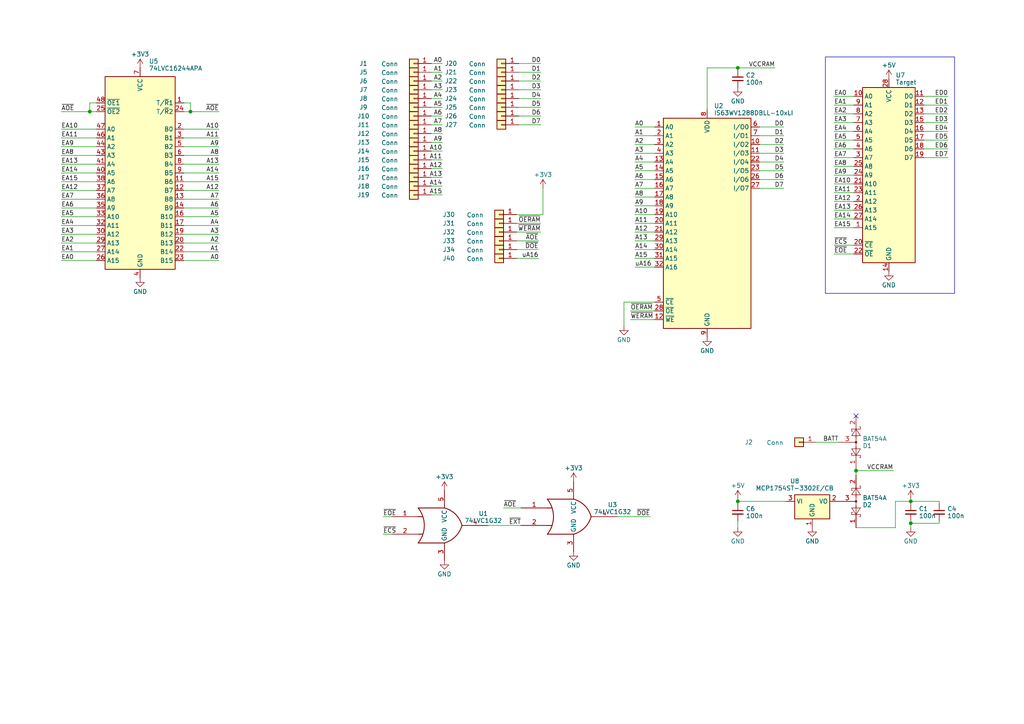
<source format=kicad_sch>
(kicad_sch (version 20230121) (generator eeschema)
  (paper "A4")
  (title_block (title "Eprom Emulator v1") (date "2023-07-18") (rev "v0.1") (company "100% Offner") (comment 1 "STM32F303 Version"))
  (lib_symbols
    (symbol "74xGxx:74LVC1G32"
      (property "Reference" "U" (at -5.08 7.62 0))
      (property "Value" "74LVC1G32" (at 7.62 -7.62 0))
      (symbol "74LVC1G32_0_1"
        (arc (start -7.62 -5.08) (mid -5.838 0) (end -7.62 5.08) (stroke (width 0.254)))
        (arc (start 0 -5.08) (mid 3.1986 -3.2054) (end 5.08 0) (stroke (width 0.254)))
        (polyline (pts (xy -7.62 -2.54) (xy -6.35 -2.54)) (stroke (width 0.254)) (fill (type background)))
        (polyline (pts (xy -7.62 2.54) (xy -6.35 2.54)) (stroke (width 0.254)) (fill (type background)))
        (polyline (pts (xy 0 -5.08) (xy -7.62 -5.08)) (stroke (width 0.254)) (fill (type background)))
        (polyline (pts (xy 0 5.08) (xy -7.62 5.08)) (stroke (width 0.254)) (fill (type background)))
        (arc (start 5.08 0) (mid 3.2238 3.2304) (end 0 5.08) (stroke (width 0.254)))
      )
      (symbol "74LVC1G32_1_1"
        (pin input line (at -15.24 2.54 0) (length 7.62) (name "~") (number "1"))
        (pin input line (at -15.24 -2.54 0) (length 7.62) (name "~") (number "2"))
        (pin power_in line (at 0 -10.16 90) (length 5.08) (name "GND") (number "3"))
        (pin output line (at 12.7 0 180) (length 7.62) (name "~") (number "4"))
        (pin power_in line (at 0 10.16 270) (length 5.08) (name "VCC") (number "5"))
      )
    )
    (symbol "74xx:MC74LCX16245DT"
      (property "Reference" "U" (at -10.16 29.21 0))
      (property "Value" "MC74LCX16245DT" (at 2.54 -29.21 0))
      (symbol "MC74LCX16245DT_0_1"
        (rectangle (start -10.16 27.94) (end 10.16 -27.94) (stroke (width 0.254)) (fill (type background)))
      )
      (symbol "MC74LCX16245DT_1_1"
        (pin input line (at -12.7 20.32 0) (length 2.54) (name "T/~{R}1") (number "1"))
        (pin passive line (at 0 -30.48 90) (length 2.54) hide (name "GND") (number "10"))
        (pin bidirectional line (at -12.7 -2.54 0) (length 2.54) (name "B6") (number "11"))
        (pin bidirectional line (at -12.7 -5.08 0) (length 2.54) (name "B7") (number "12"))
        (pin bidirectional line (at -12.7 -7.62 0) (length 2.54) (name "B8") (number "13"))
        (pin bidirectional line (at -12.7 -10.16 0) (length 2.54) (name "B9") (number "14"))
        (pin passive line (at 0 -30.48 90) (length 2.54) hide (name "GND") (number "15"))
        (pin bidirectional line (at -12.7 -12.7 0) (length 2.54) (name "B10") (number "16"))
        (pin bidirectional line (at -12.7 -15.24 0) (length 2.54) (name "B11") (number "17"))
        (pin passive line (at 0 30.48 270) (length 2.54) hide (name "VCC") (number "18"))
        (pin bidirectional line (at -12.7 -17.78 0) (length 2.54) (name "B12") (number "19"))
        (pin bidirectional line (at -12.7 12.7 0) (length 2.54) (name "B0") (number "2"))
        (pin bidirectional line (at -12.7 -20.32 0) (length 2.54) (name "B13") (number "20"))
        (pin passive line (at 0 -30.48 90) (length 2.54) hide (name "GND") (number "21"))
        (pin bidirectional line (at -12.7 -22.86 0) (length 2.54) (name "B14") (number "22"))
        (pin bidirectional line (at -12.7 -25.4 0) (length 2.54) (name "B15") (number "23"))
        (pin input line (at -12.7 17.78 0) (length 2.54) (name "T/~{R}2") (number "24"))
        (pin input line (at 12.7 17.78 180) (length 2.54) (name "~{OE2}") (number "25"))
        (pin bidirectional line (at 12.7 -25.4 180) (length 2.54) (name "A15") (number "26"))
        (pin bidirectional line (at 12.7 -22.86 180) (length 2.54) (name "A14") (number "27"))
        (pin passive line (at 0 -30.48 90) (length 2.54) hide (name "GND") (number "28"))
        (pin bidirectional line (at 12.7 -20.32 180) (length 2.54) (name "A13") (number "29"))
        (pin bidirectional line (at -12.7 10.16 0) (length 2.54) (name "B1") (number "3"))
        (pin bidirectional line (at 12.7 -17.78 180) (length 2.54) (name "A12") (number "30"))
        (pin passive line (at 0 30.48 270) (length 2.54) hide (name "VCC") (number "31"))
        (pin bidirectional line (at 12.7 -15.24 180) (length 2.54) (name "A11") (number "32"))
        (pin bidirectional line (at 12.7 -12.7 180) (length 2.54) (name "A10") (number "33"))
        (pin passive line (at 0 -30.48 90) (length 2.54) hide (name "GND") (number "34"))
        (pin bidirectional line (at 12.7 -10.16 180) (length 2.54) (name "A9") (number "35"))
        (pin bidirectional line (at 12.7 -7.62 180) (length 2.54) (name "A8") (number "36"))
        (pin bidirectional line (at 12.7 -5.08 180) (length 2.54) (name "A7") (number "37"))
        (pin bidirectional line (at 12.7 -2.54 180) (length 2.54) (name "A6") (number "38"))
        (pin passive line (at 0 -30.48 90) (length 2.54) hide (name "GND") (number "39"))
        (pin power_in line (at 0 -30.48 90) (length 2.54) (name "GND") (number "4"))
        (pin bidirectional line (at 12.7 0 180) (length 2.54) (name "A5") (number "40"))
        (pin bidirectional line (at 12.7 2.54 180) (length 2.54) (name "A4") (number "41"))
        (pin passive line (at 0 30.48 270) (length 2.54) hide (name "VCC") (number "42"))
        (pin bidirectional line (at 12.7 5.08 180) (length 2.54) (name "A3") (number "43"))
        (pin bidirectional line (at 12.7 7.62 180) (length 2.54) (name "A2") (number "44"))
        (pin passive line (at 0 -30.48 90) (length 2.54) hide (name "GND") (number "45"))
        (pin bidirectional line (at 12.7 10.16 180) (length 2.54) (name "A1") (number "46"))
        (pin bidirectional line (at 12.7 12.7 180) (length 2.54) (name "A0") (number "47"))
        (pin input line (at 12.7 20.32 180) (length 2.54) (name "~{OE1}") (number "48"))
        (pin bidirectional line (at -12.7 7.62 0) (length 2.54) (name "B2") (number "5"))
        (pin bidirectional line (at -12.7 5.08 0) (length 2.54) (name "B3") (number "6"))
        (pin power_in line (at 0 30.48 270) (length 2.54) (name "VCC") (number "7"))
        (pin bidirectional line (at -12.7 2.54 0) (length 2.54) (name "B4") (number "8"))
        (pin bidirectional line (at -12.7 0 0) (length 2.54) (name "B5") (number "9"))
      )
    )
    (symbol "Connector_Generic:Conn_01x01" (pin_names (offset 1.016) hide)
      (property "Reference" "J" (at 0 2.54 0))
      (property "Value" "Conn_01x01" (at 0 -2.54 0))
      (symbol "Conn_01x01_1_1"
        (rectangle (start -1.27 0.127) (end 0 -0.127) (stroke (width 0.1524)))
        (rectangle (start -1.27 1.27) (end 1.27 -1.27) (stroke (width 0.254)) (fill (type background)))
        (pin passive line (at -5.08 0 0) (length 3.81) (name "Pin_1") (number "1"))
      )
    )
    (symbol "Device:C_Small" (pin_numbers hide) (pin_names (offset 0.254) hide)
      (property "Reference" "C" (at 0.254 1.778 0))
      (property "Value" "C_Small" (at 0.254 -2.032 0))
      (symbol "C_Small_0_1"
        (polyline (pts (xy -1.524 -0.508) (xy 1.524 -0.508)) (stroke (width 0.3302)))
        (polyline (pts (xy -1.524 0.508) (xy 1.524 0.508)) (stroke (width 0.3048)))
      )
      (symbol "C_Small_1_1"
        (pin passive line (at 0 2.54 270) (length 2.032) (name "~") (number "1"))
        (pin passive line (at 0 -2.54 90) (length 2.032) (name "~") (number "2"))
      )
    )
    (symbol "Diode:BAT54A" (pin_names (offset 1.016))
      (property "Reference" "D" (at 0.635 -3.81 0))
      (property "Value" "BAT54A" (at -6.35 3.175 0))
      (symbol "BAT54A_0_1"
        (polyline (pts (xy -4.445 1.27) (xy -4.445 1.016)))
        (polyline (pts (xy -3.81 -1.27) (xy -3.81 1.27)))
        (polyline (pts (xy -3.81 -1.27) (xy -3.175 -1.27)))
        (polyline (pts (xy -3.81 0) (xy -1.27 0)))
        (polyline (pts (xy -3.81 1.27) (xy -4.445 1.27)))
        (polyline (pts (xy -3.175 -1.27) (xy -3.175 -1.016)))
        (polyline (pts (xy -1.905 0) (xy 1.905 0)))
        (polyline (pts (xy 1.27 0) (xy 3.81 0)))
        (polyline (pts (xy 3.175 -1.27) (xy 3.175 -1.016)))
        (polyline (pts (xy 3.81 -1.27) (xy 3.175 -1.27)))
        (polyline (pts (xy 3.81 -1.27) (xy 3.81 1.27)))
        (polyline (pts (xy 3.81 1.27) (xy 4.445 1.27)))
        (polyline (pts (xy 4.445 1.27) (xy 4.445 1.016)))
        (polyline (pts (xy -1.905 1.27) (xy -1.905 -1.27) (xy -3.81 0) (xy -1.905 1.27)))
        (polyline (pts (xy 1.905 1.27) (xy 1.905 -1.27) (xy 3.81 0) (xy 1.905 1.27)))
        (circle (center 0 0) (radius 0.254) (fill (type outline)))
      )
      (symbol "BAT54A_1_1"
        (pin passive line (at -7.62 0 0) (length 3.81) (name "~") (number "1"))
        (pin passive line (at 7.62 0 180) (length 3.81) (name "~") (number "2"))
        (pin passive line (at 0 -5.08 90) (length 5.08) (name "~") (number "3"))
      )
    )
    (symbol "Memory_EPROM:27C512"
      (property "Reference" "U" (at -7.62 26.67 0))
      (property "Value" "27C512" (at 2.54 -26.67 0))
      (symbol "27C512_1_1"
        (rectangle (start -7.62 25.4) (end 7.62 -25.4) (stroke (width 0.254)) (fill (type background)))
        (pin input line (at -10.16 -15.24 0) (length 2.54) (name "A15") (number "1"))
        (pin input line (at -10.16 22.86 0) (length 2.54) (name "A0") (number "10"))
        (pin tri_state line (at 10.16 22.86 180) (length 2.54) (name "D0") (number "11"))
        (pin tri_state line (at 10.16 20.32 180) (length 2.54) (name "D1") (number "12"))
        (pin tri_state line (at 10.16 17.78 180) (length 2.54) (name "D2") (number "13"))
        (pin power_in line (at 0 -27.94 90) (length 2.54) (name "GND") (number "14"))
        (pin tri_state line (at 10.16 15.24 180) (length 2.54) (name "D3") (number "15"))
        (pin tri_state line (at 10.16 12.7 180) (length 2.54) (name "D4") (number "16"))
        (pin tri_state line (at 10.16 10.16 180) (length 2.54) (name "D5") (number "17"))
        (pin tri_state line (at 10.16 7.62 180) (length 2.54) (name "D6") (number "18"))
        (pin tri_state line (at 10.16 5.08 180) (length 2.54) (name "D7") (number "19"))
        (pin input line (at -10.16 -7.62 0) (length 2.54) (name "A12") (number "2"))
        (pin input line (at -10.16 -20.32 0) (length 2.54) (name "~{CE}") (number "20"))
        (pin input line (at -10.16 -2.54 0) (length 2.54) (name "A10") (number "21"))
        (pin input line (at -10.16 -22.86 0) (length 2.54) (name "~{OE}") (number "22"))
        (pin input line (at -10.16 -5.08 0) (length 2.54) (name "A11") (number "23"))
        (pin input line (at -10.16 0 0) (length 2.54) (name "A9") (number "24"))
        (pin input line (at -10.16 2.54 0) (length 2.54) (name "A8") (number "25"))
        (pin input line (at -10.16 -10.16 0) (length 2.54) (name "A13") (number "26"))
        (pin input line (at -10.16 -12.7 0) (length 2.54) (name "A14") (number "27"))
        (pin power_in line (at 0 27.94 270) (length 2.54) (name "VCC") (number "28"))
        (pin input line (at -10.16 5.08 0) (length 2.54) (name "A7") (number "3"))
        (pin input line (at -10.16 7.62 0) (length 2.54) (name "A6") (number "4"))
        (pin input line (at -10.16 10.16 0) (length 2.54) (name "A5") (number "5"))
        (pin input line (at -10.16 12.7 0) (length 2.54) (name "A4") (number "6"))
        (pin input line (at -10.16 15.24 0) (length 2.54) (name "A3") (number "7"))
        (pin input line (at -10.16 17.78 0) (length 2.54) (name "A2") (number "8"))
        (pin input line (at -10.16 20.32 0) (length 2.54) (name "A1") (number "9"))
      )
    )
    (symbol "Regulator_Linear:MCP1754S-3302xCB"
      (property "Reference" "U" (at -3.81 3.175 0))
      (property "Value" "MCP1754S-3302xCB" (at -0.635 3.175 0))
      (symbol "MCP1754S-3302xCB_0_1"
        (rectangle (start -5.08 -5.08) (end 5.08 1.905) (stroke (width 0.254)) (fill (type background)))
      )
      (symbol "MCP1754S-3302xCB_1_1"
        (pin power_in line (at 0 -7.62 90) (length 2.54) (name "GND") (number "1"))
        (pin power_out line (at 7.62 0 180) (length 2.54) (name "VO") (number "2"))
        (pin power_in line (at -7.62 0 0) (length 2.54) (name "VI") (number "3"))
      )
    )
    (symbol "my_ics_new:IS63WV1288DBLL-10xLI"
      (property "Reference" "U" (at -10.16 31.75 0))
      (property "Value" "IS63WV1288DBLL-10xLI" (at 12.7 31.75 0))
      (symbol "IS63WV1288DBLL-10xLI_0_1"
        (rectangle (start -12.7 30.48) (end 12.7 -30.48) (stroke (width 0.254)) (fill (type background)))
      )
      (symbol "IS63WV1288DBLL-10xLI_1_1"
        (pin input line (at -15.24 27.94 0) (length 2.54) (name "A0") (number "1"))
        (pin bidirectional line (at 15.24 22.86 180) (length 2.54) (name "I/O2") (number "10"))
        (pin bidirectional line (at 15.24 20.32 180) (length 2.54) (name "I/O3") (number "11"))
        (pin input line (at -15.24 -27.94 0) (length 2.54) (name "~{WE}") (number "12"))
        (pin input line (at -15.24 17.78 0) (length 2.54) (name "A4") (number "13"))
        (pin input line (at -15.24 15.24 0) (length 2.54) (name "A5") (number "14"))
        (pin input line (at -15.24 12.7 0) (length 2.54) (name "A6") (number "15"))
        (pin input line (at -15.24 10.16 0) (length 2.54) (name "A7") (number "16"))
        (pin input line (at -15.24 7.62 0) (length 2.54) (name "A8") (number "17"))
        (pin input line (at -15.24 5.08 0) (length 2.54) (name "A9") (number "18"))
        (pin input line (at -15.24 2.54 0) (length 2.54) (name "A10") (number "19"))
        (pin input line (at -15.24 25.4 0) (length 2.54) (name "A1") (number "2"))
        (pin input line (at -15.24 0 0) (length 2.54) (name "A11") (number "20"))
        (pin input line (at -15.24 -2.54 0) (length 2.54) (name "A12") (number "21"))
        (pin bidirectional line (at 15.24 17.78 180) (length 2.54) (name "I/O4") (number "22"))
        (pin bidirectional line (at 15.24 15.24 180) (length 2.54) (name "I/O5") (number "23"))
        (pin passive line (at 0 33.02 270) (length 2.54) hide (name "VDD") (number "24"))
        (pin passive line (at 0 -33.02 90) (length 2.54) hide (name "GND") (number "25"))
        (pin bidirectional line (at 15.24 12.7 180) (length 2.54) (name "I/O6") (number "26"))
        (pin bidirectional line (at 15.24 10.16 180) (length 2.54) (name "I/O7") (number "27"))
        (pin input line (at -15.24 -25.4 0) (length 2.54) (name "~{OE}") (number "28"))
        (pin input line (at -15.24 -5.08 0) (length 2.54) (name "A13") (number "29"))
        (pin input line (at -15.24 22.86 0) (length 2.54) (name "A2") (number "3"))
        (pin input line (at -15.24 -7.62 0) (length 2.54) (name "A14") (number "30"))
        (pin input line (at -15.24 -10.16 0) (length 2.54) (name "A15") (number "31"))
        (pin input line (at -15.24 -12.7 0) (length 2.54) (name "A16") (number "32"))
        (pin input line (at -15.24 20.32 0) (length 2.54) (name "A3") (number "4"))
        (pin input line (at -15.24 -22.86 0) (length 2.54) (name "~{CE}") (number "5"))
        (pin bidirectional line (at 15.24 27.94 180) (length 2.54) (name "I/O0") (number "6"))
        (pin bidirectional line (at 15.24 25.4 180) (length 2.54) (name "I/O1") (number "7"))
        (pin power_in line (at 0 33.02 270) (length 2.54) (name "VDD") (number "8"))
        (pin power_in line (at 0 -33.02 90) (length 2.54) (name "GND") (number "9"))
      )
    )
    (symbol "power:+3V3" (power) (pin_names (offset 0))
      (property "Value" "+3V3" (at 0 3.556 0))
      (symbol "+3V3_0_1"
        (polyline (pts (xy -0.762 1.27) (xy 0 2.54)))
        (polyline (pts (xy 0 0) (xy 0 2.54)))
        (polyline (pts (xy 0 2.54) (xy 0.762 1.27)))
      )
      (symbol "+3V3_1_1"
        (pin power_in line (at 0 0 90) (length 0) hide (name "+3V3") (number "1"))
      )
    )
    (symbol "power:+5V" (power) (pin_names (offset 0))
      (property "Value" "+5V" (at 0 3.556 0))
      (symbol "+5V_0_1"
        (polyline (pts (xy -0.762 1.27) (xy 0 2.54)))
        (polyline (pts (xy 0 0) (xy 0 2.54)))
        (polyline (pts (xy 0 2.54) (xy 0.762 1.27)))
      )
      (symbol "+5V_1_1"
        (pin power_in line (at 0 0 90) (length 0) hide (name "+5V") (number "1"))
      )
    )
    (symbol "power:GND" (power) (pin_names (offset 0))
      (property "Value" "GND" (at 0 -3.81 0))
      (symbol "GND_0_1"
        (polyline (pts (xy 0 0) (xy 0 -1.27) (xy 1.27 -1.27) (xy 0 -2.54) (xy -1.27 -1.27) (xy 0 -1.27)))
      )
      (symbol "GND_1_1"
        (pin power_in line (at 0 0 270) (length 0) hide (name "GND") (number "1"))
      )
    )
  )
  (junction (at 264.16 151.765))
  (junction (at 55.245 32.385))
  (junction (at 248.285 136.525))
  (junction (at 264.16 145.415))
  (junction (at 213.995 19.685))
  (junction (at 213.995 145.415))
  (junction (at 26.035 32.385))
  (no_connect (at 248.285 120.65))
  (wire (pts (xy 53.34 62.865) (xy 63.5 62.865)))
  (wire (pts (xy 149.86 69.85) (xy 156.21 69.85)))
  (wire (pts (xy 184.15 54.61) (xy 189.865 54.61)))
  (wire (pts (xy 184.15 72.39) (xy 189.865 72.39)))
  (wire (pts (xy 241.935 40.64) (xy 247.65 40.64)))
  (wire (pts (xy 53.34 67.945) (xy 63.5 67.945)))
  (wire (pts (xy 149.86 72.39) (xy 156.21 72.39)))
  (wire (pts (xy 241.935 53.34) (xy 247.65 53.34)))
  (wire (pts (xy 184.15 44.45) (xy 189.865 44.45)))
  (wire (pts (xy 184.15 77.47) (xy 189.865 77.47)))
  (wire (pts (xy 53.34 50.165) (xy 63.5 50.165)))
  (wire (pts (xy 180.975 94.615) (xy 180.975 87.63)))
  (wire (pts (xy 241.935 50.8) (xy 247.65 50.8)))
  (wire (pts (xy 272.415 145.415) (xy 272.415 146.05)))
  (wire (pts (xy 150.495 18.415) (xy 156.845 18.415)))
  (wire (pts (xy 17.78 42.545) (xy 27.94 42.545)))
  (wire (pts (xy 264.16 153.035) (xy 264.16 151.765)))
  (wire (pts (xy 17.78 73.025) (xy 27.94 73.025)))
  (wire (pts (xy 17.78 55.245) (xy 27.94 55.245)))
  (wire (pts (xy 149.86 62.23) (xy 157.48 62.23)))
  (wire (pts (xy 53.34 45.085) (xy 63.5 45.085)))
  (wire (pts (xy 125.095 38.735) (xy 128.27 38.735)))
  (wire (pts (xy 248.285 135.89) (xy 248.285 136.525)))
  (wire (pts (xy 149.86 74.93) (xy 156.21 74.93)))
  (wire (pts (xy 220.345 36.83) (xy 227.33 36.83)))
  (wire (pts (xy 247.65 73.66) (xy 241.935 73.66)))
  (wire (pts (xy 236.855 128.27) (xy 243.205 128.27)))
  (wire (pts (xy 125.095 41.275) (xy 128.27 41.275)))
  (wire (pts (xy 259.715 153.035) (xy 259.715 145.415)))
  (wire (pts (xy 188.595 149.86) (xy 179.07 149.86)))
  (wire (pts (xy 184.15 49.53) (xy 189.865 49.53)))
  (wire (pts (xy 17.78 32.385) (xy 26.035 32.385)))
  (wire (pts (xy 146.05 147.32) (xy 151.13 147.32)))
  (wire (pts (xy 220.345 41.91) (xy 227.33 41.91)))
  (wire (pts (xy 205.105 19.685) (xy 213.995 19.685)))
  (wire (pts (xy 184.15 74.93) (xy 189.865 74.93)))
  (wire (pts (xy 213.995 19.685) (xy 213.995 20.32)))
  (wire (pts (xy 259.08 136.525) (xy 248.285 136.525)))
  (wire (pts (xy 241.935 60.96) (xy 247.65 60.96)))
  (wire (pts (xy 241.935 43.18) (xy 247.65 43.18)))
  (wire (pts (xy 264.16 144.78) (xy 264.16 145.415)))
  (wire (pts (xy 17.78 47.625) (xy 27.94 47.625)))
  (wire (pts (xy 17.78 40.005) (xy 27.94 40.005)))
  (wire (pts (xy 213.995 144.78) (xy 213.995 145.415)))
  (wire (pts (xy 184.15 59.69) (xy 189.865 59.69)))
  (wire (pts (xy 53.34 37.465) (xy 63.5 37.465)))
  (wire (pts (xy 17.78 57.785) (xy 27.94 57.785)))
  (wire (pts (xy 184.15 57.15) (xy 189.865 57.15)))
  (wire (pts (xy 184.15 36.83) (xy 189.865 36.83)))
  (wire (pts (xy 241.935 38.1) (xy 247.65 38.1)))
  (wire (pts (xy 213.995 145.415) (xy 227.965 145.415)))
  (wire (pts (xy 53.34 47.625) (xy 63.5 47.625)))
  (wire (pts (xy 113.665 154.94) (xy 111.125 154.94)))
  (wire (pts (xy 26.035 32.385) (xy 27.94 32.385)))
  (wire (pts (xy 141.605 152.4) (xy 151.13 152.4)))
  (wire (pts (xy 220.345 44.45) (xy 227.33 44.45)))
  (wire (pts (xy 17.78 65.405) (xy 27.94 65.405)))
  (wire (pts (xy 241.935 30.48) (xy 247.65 30.48)))
  (wire (pts (xy 241.935 58.42) (xy 247.65 58.42)))
  (wire (pts (xy 55.245 29.845) (xy 55.245 32.385)))
  (wire (pts (xy 53.34 60.325) (xy 63.5 60.325)))
  (wire (pts (xy 149.86 64.77) (xy 156.845 64.77)))
  (wire (pts (xy 220.345 39.37) (xy 227.33 39.37)))
  (wire (pts (xy 125.095 36.195) (xy 128.27 36.195)))
  (wire (pts (xy 149.86 67.31) (xy 156.845 67.31)))
  (wire (pts (xy 267.97 45.72) (xy 274.955 45.72)))
  (wire (pts (xy 17.78 45.085) (xy 27.94 45.085)))
  (wire (pts (xy 17.78 37.465) (xy 27.94 37.465)))
  (wire (pts (xy 27.94 29.845) (xy 26.035 29.845)))
  (wire (pts (xy 17.78 70.485) (xy 27.94 70.485)))
  (wire (pts (xy 184.15 46.99) (xy 189.865 46.99)))
  (wire (pts (xy 125.095 31.115) (xy 128.27 31.115)))
  (wire (pts (xy 53.34 29.845) (xy 55.245 29.845)))
  (wire (pts (xy 213.995 19.685) (xy 224.79 19.685)))
  (wire (pts (xy 189.865 92.71) (xy 182.88 92.71)))
  (wire (pts (xy 248.285 153.035) (xy 259.715 153.035)))
  (wire (pts (xy 125.095 51.435) (xy 128.27 51.435)))
  (wire (pts (xy 264.16 145.415) (xy 264.16 146.05)))
  (wire (pts (xy 267.97 30.48) (xy 274.955 30.48)))
  (wire (pts (xy 150.495 31.115) (xy 156.845 31.115)))
  (wire (pts (xy 150.495 20.955) (xy 156.845 20.955)))
  (wire (pts (xy 53.34 52.705) (xy 63.5 52.705)))
  (wire (pts (xy 264.16 151.765) (xy 272.415 151.765)))
  (wire (pts (xy 241.935 55.88) (xy 247.65 55.88)))
  (wire (pts (xy 17.78 75.565) (xy 27.94 75.565)))
  (wire (pts (xy 150.495 23.495) (xy 156.845 23.495)))
  (wire (pts (xy 53.34 40.005) (xy 63.5 40.005)))
  (wire (pts (xy 220.345 49.53) (xy 227.33 49.53)))
  (wire (pts (xy 125.095 23.495) (xy 128.27 23.495)))
  (wire (pts (xy 184.15 62.23) (xy 189.865 62.23)))
  (wire (pts (xy 17.78 62.865) (xy 27.94 62.865)))
  (wire (pts (xy 241.935 35.56) (xy 247.65 35.56)))
  (wire (pts (xy 267.97 33.02) (xy 274.955 33.02)))
  (wire (pts (xy 53.34 42.545) (xy 63.5 42.545)))
  (wire (pts (xy 125.095 53.975) (xy 128.27 53.975)))
  (wire (pts (xy 17.78 60.325) (xy 27.94 60.325)))
  (wire (pts (xy 113.665 149.86) (xy 111.125 149.86)))
  (wire (pts (xy 267.97 35.56) (xy 274.955 35.56)))
  (wire (pts (xy 157.48 54.61) (xy 157.48 62.23)))
  (wire (pts (xy 53.34 75.565) (xy 63.5 75.565)))
  (wire (pts (xy 53.34 55.245) (xy 63.5 55.245)))
  (wire (pts (xy 125.095 43.815) (xy 128.27 43.815)))
  (wire (pts (xy 184.15 52.07) (xy 189.865 52.07)))
  (wire (pts (xy 150.495 33.655) (xy 156.845 33.655)))
  (wire (pts (xy 125.095 48.895) (xy 128.27 48.895)))
  (wire (pts (xy 55.245 32.385) (xy 53.34 32.385)))
  (wire (pts (xy 53.34 65.405) (xy 63.5 65.405)))
  (wire (pts (xy 17.78 50.165) (xy 27.94 50.165)))
  (wire (pts (xy 125.095 26.035) (xy 128.27 26.035)))
  (wire (pts (xy 26.035 29.845) (xy 26.035 32.385)))
  (wire (pts (xy 241.935 63.5) (xy 247.65 63.5)))
  (wire (pts (xy 241.935 45.72) (xy 247.65 45.72)))
  (wire (pts (xy 125.095 20.955) (xy 128.27 20.955)))
  (wire (pts (xy 259.715 145.415) (xy 264.16 145.415)))
  (wire (pts (xy 150.495 28.575) (xy 156.845 28.575)))
  (wire (pts (xy 264.16 145.415) (xy 272.415 145.415)))
  (wire (pts (xy 272.415 151.13) (xy 272.415 151.765)))
  (wire (pts (xy 53.34 70.485) (xy 63.5 70.485)))
  (wire (pts (xy 125.095 56.515) (xy 128.27 56.515)))
  (wire (pts (xy 184.15 41.91) (xy 189.865 41.91)))
  (wire (pts (xy 184.15 64.77) (xy 189.865 64.77)))
  (wire (pts (xy 205.105 19.685) (xy 205.105 31.75)))
  (wire (pts (xy 267.97 43.18) (xy 274.955 43.18)))
  (wire (pts (xy 267.97 38.1) (xy 274.955 38.1)))
  (wire (pts (xy 180.975 87.63) (xy 189.865 87.63)))
  (wire (pts (xy 247.65 71.12) (xy 241.935 71.12)))
  (wire (pts (xy 213.995 151.13) (xy 213.995 153.035)))
  (wire (pts (xy 125.095 33.655) (xy 128.27 33.655)))
  (wire (pts (xy 184.15 69.85) (xy 189.865 69.85)))
  (wire (pts (xy 220.345 52.07) (xy 227.33 52.07)))
  (wire (pts (xy 125.095 18.415) (xy 128.27 18.415)))
  (wire (pts (xy 125.095 46.355) (xy 128.27 46.355)))
  (wire (pts (xy 267.97 27.94) (xy 274.955 27.94)))
  (wire (pts (xy 248.285 136.525) (xy 248.285 137.795)))
  (wire (pts (xy 241.935 33.02) (xy 247.65 33.02)))
  (wire (pts (xy 53.34 57.785) (xy 63.5 57.785)))
  (wire (pts (xy 150.495 26.035) (xy 156.845 26.035)))
  (wire (pts (xy 241.935 27.94) (xy 247.65 27.94)))
  (wire (pts (xy 17.78 52.705) (xy 27.94 52.705)))
  (wire (pts (xy 247.65 66.04) (xy 241.935 66.04)))
  (wire (pts (xy 63.5 32.385) (xy 55.245 32.385)))
  (wire (pts (xy 125.095 28.575) (xy 128.27 28.575)))
  (wire (pts (xy 189.865 90.17) (xy 182.88 90.17)))
  (wire (pts (xy 53.34 73.025) (xy 63.5 73.025)))
  (wire (pts (xy 184.15 39.37) (xy 189.865 39.37)))
  (wire (pts (xy 184.15 67.31) (xy 189.865 67.31)))
  (wire (pts (xy 213.995 145.415) (xy 213.995 146.05)))
  (wire (pts (xy 150.495 36.195) (xy 156.845 36.195)))
  (wire (pts (xy 17.78 67.945) (xy 27.94 67.945)))
  (wire (pts (xy 264.16 151.765) (xy 264.16 151.13)))
  (wire (pts (xy 220.345 46.99) (xy 227.33 46.99)))
  (wire (pts (xy 220.345 54.61) (xy 227.33 54.61)))
  (wire (pts (xy 241.935 48.26) (xy 247.65 48.26)))
  (wire (pts (xy 267.97 40.64) (xy 274.955 40.64)))
  (rectangle (start 239.395 16.51) (end 276.86 85.09))
  (label "EA4" (at 241.935 38.1 0))
  (label "EA15" (at 241.935 66.04 0))
  (label "ED5" (at 274.955 40.64 180))
  (label "A1" (at 128.27 20.955 180))
  (label "EA11" (at 241.935 55.88 0))
  (label "EA6" (at 241.935 43.18 0))
  (label "A7" (at 128.27 36.195 180))
  (label "ED6" (at 274.955 43.18 180))
  (label "A5" (at 63.5 62.865 180))
  (label "EA10" (at 241.935 53.34 0))
  (label "D5" (at 227.33 49.53 180))
  (label "D7" (at 227.33 54.61 180))
  (label "EA8" (at 241.935 48.26 0))
  (label "EA9" (at 17.78 42.545 0))
  (label "ED1" (at 274.955 30.48 180))
  (label "A6" (at 128.27 33.655 180))
  (label "A8" (at 128.27 38.735 180))
  (label "A13" (at 63.5 47.625 180))
  (label "EA14" (at 241.935 63.5 0))
  (label "ED7" (at 274.955 45.72 180))
  (label "~{AOE}" (at 63.5 32.385 180))
  (label "EA11" (at 17.78 40.005 0))
  (label "VCCRAM" (at 224.79 19.685 180))
  (label "A6" (at 63.5 60.325 180))
  (label "D7" (at 156.845 36.195 180))
  (label "EA1" (at 17.78 73.025 0))
  (label "A13" (at 184.15 69.85 0))
  (label "A7" (at 184.15 54.61 0))
  (label "D3" (at 227.33 44.45 180))
  (label "D4" (at 227.33 46.99 180))
  (label "uA16" (at 156.21 74.93 180))
  (label "EA14" (at 17.78 50.165 0))
  (label "A3" (at 184.15 44.45 0))
  (label "~{WERAM}" (at 156.845 67.31 180))
  (label "EA12" (at 17.78 55.245 0))
  (label "EA15" (at 17.78 52.705 0))
  (label "A11" (at 63.5 40.005 180))
  (label "BATT" (at 243.205 128.27 180))
  (label "ED3" (at 274.955 35.56 180))
  (label "A14" (at 184.15 72.39 0))
  (label "D2" (at 227.33 41.91 180))
  (label "~{ECS}" (at 111.125 154.94 0))
  (label "A10" (at 128.27 43.815 180))
  (label "A2" (at 128.27 23.495 180))
  (label "A11" (at 128.27 46.355 180))
  (label "A9" (at 128.27 41.275 180))
  (label "EA10" (at 17.78 37.465 0))
  (label "EA8" (at 17.78 45.085 0))
  (label "EA7" (at 17.78 57.785 0))
  (label "A13" (at 128.27 51.435 180))
  (label "ED2" (at 274.955 33.02 180))
  (label "A11" (at 184.15 64.77 0))
  (label "A10" (at 184.15 62.23 0))
  (label "A1" (at 63.5 73.025 180))
  (label "EA5" (at 241.935 40.64 0))
  (label "EA4" (at 17.78 65.405 0))
  (label "A4" (at 63.5 65.405 180))
  (label "A14" (at 63.5 50.165 180))
  (label "D2" (at 156.845 23.495 180))
  (label "D0" (at 227.33 36.83 180))
  (label "A15" (at 63.5 52.705 180))
  (label "D6" (at 227.33 52.07 180))
  (label "A6" (at 184.15 52.07 0))
  (label "VCCRAM" (at 259.08 136.525 180))
  (label "A0" (at 128.27 18.415 180))
  (label "EA3" (at 241.935 35.56 0))
  (label "EA5" (at 17.78 62.865 0))
  (label "~{DOE}" (at 156.21 72.39 180))
  (label "A4" (at 184.15 46.99 0))
  (label "~{AOE}" (at 146.05 147.32 0))
  (label "~{AOE}" (at 156.21 69.85 180))
  (label "D1" (at 227.33 39.37 180))
  (label "A12" (at 128.27 48.895 180))
  (label "EA9" (at 241.935 50.8 0))
  (label "~{EOE}" (at 241.935 73.66 0))
  (label "A8" (at 184.15 57.15 0))
  (label "A0" (at 184.15 36.83 0))
  (label "A2" (at 184.15 41.91 0))
  (label "A15" (at 184.15 74.93 0))
  (label "ED0" (at 274.955 27.94 180))
  (label "~{AOE}" (at 17.78 32.385 0))
  (label "~{OERAM}" (at 182.88 90.17 0))
  (label "A10" (at 63.5 37.465 180))
  (label "A1" (at 184.15 39.37 0))
  (label "D0" (at 156.845 18.415 180))
  (label "D4" (at 156.845 28.575 180))
  (label "A7" (at 63.5 57.785 180))
  (label "A3" (at 128.27 26.035 180))
  (label "EA12" (at 241.935 58.42 0))
  (label "EA6" (at 17.78 60.325 0))
  (label "D1" (at 156.845 20.955 180))
  (label "~{DOE}" (at 188.595 149.86 180))
  (label "EA1" (at 241.935 30.48 0))
  (label "A0" (at 63.5 75.565 180))
  (label "A2" (at 63.5 70.485 180))
  (label "EA13" (at 241.935 60.96 0))
  (label "~{EOE}" (at 111.125 149.86 0))
  (label "uA16" (at 184.15 77.47 0))
  (label "A8" (at 63.5 45.085 180))
  (label "A12" (at 63.5 55.245 180))
  (label "EA7" (at 241.935 45.72 0))
  (label "A9" (at 184.15 59.69 0))
  (label "D5" (at 156.845 31.115 180))
  (label "~{ECS}" (at 241.935 71.12 0))
  (label "EA2" (at 241.935 33.02 0))
  (label "EA0" (at 241.935 27.94 0))
  (label "ED4" (at 274.955 38.1 180))
  (label "D3" (at 156.845 26.035 180))
  (label "EA13" (at 17.78 47.625 0))
  (label "D6" (at 156.845 33.655 180))
  (label "A9" (at 63.5 42.545 180))
  (label "A15" (at 128.27 56.515 180))
  (label "~{OERAM}" (at 156.845 64.77 180))
  (label "EA0" (at 17.78 75.565 0))
  (label "~{WERAM}" (at 182.88 92.71 0))
  (label "A4" (at 128.27 28.575 180))
  (label "EA2" (at 17.78 70.485 0))
  (label "A3" (at 63.5 67.945 180))
  (label "~{EXT}" (at 151.13 152.4 180))
  (label "A12" (at 184.15 67.31 0))
  (label "A5" (at 184.15 49.53 0))
  (label "EA3" (at 17.78 67.945 0))
  (label "A14" (at 128.27 53.975 180))
  (label "A5" (at 128.27 31.115 180))
  (symbol (lib_id "my_ics_new:IS63WV1288DBLL-10xLI") (at 205.105 64.77 0) (unit 1)
    (property "Reference" "U2" (at 207.0609 30.71 0) (effects (justify left)))
    (property "Value" "IS63WV1288DBLL-10xLI" (at 207.0609 32.758 0) (effects (justify left)))
    (property "Footprint" "Package_SO:TSOP-I-32_11.8x8mm_P0.5mm" (effects hide))
  )
  (symbol (lib_id "Connector_Generic:Conn_01x01") (at 120.015 48.895 0) (mirror y) (unit 1)
    (property "Reference" "J16" (at 105.41 48.895 0))
    (property "Value" "Conn" (at 113.03 49.038 0))
    (property "Footprint" "my_own_conn:PTH_0.8_0.5mm" (effects hide))
  )
  (symbol (lib_id "power:+3V3") (at 166.37 139.7 0) (unit 1)
    (property "Reference" "#PWR05" (effects hide))
    (property "Value" "+3V3" (at 166.37 135.755 0))
  )
  (symbol (lib_id "power:GND") (at 213.995 25.4 0) (unit 1)
    (property "Reference" "#PWR01" (effects hide))
    (property "Value" "GND" (at 213.995 29.345 0))
  )
  (symbol (lib_id "Device:C_Small") (at 213.995 22.86 0) (unit 1)
    (property "Reference" "C2" (at 216.3191 21.8423 0) (effects (justify left)))
    (property "Value" "100n" (at 216.3191 23.8903 0) (effects (justify left)))
    (property "Footprint" "Capacitor_SMD:C_0805_2012Metric" (effects hide))
  )
  (symbol (lib_id "Connector_Generic:Conn_01x01") (at 120.015 46.355 0) (mirror y) (unit 1)
    (property "Reference" "J15" (at 105.41 46.355 0))
    (property "Value" "Conn" (at 113.03 46.498 0))
    (property "Footprint" "my_own_conn:PTH_0.8_0.5mm" (effects hide))
  )
  (symbol (lib_id "Connector_Generic:Conn_01x01") (at 120.015 53.975 0) (mirror y) (unit 1)
    (property "Reference" "J18" (at 105.41 53.975 0))
    (property "Value" "Conn" (at 113.03 54.118 0))
    (property "Footprint" "my_own_conn:PTH_0.8_0.5mm" (effects hide))
  )
  (symbol (lib_id "Connector_Generic:Conn_01x01") (at 144.78 62.23 0) (mirror y) (unit 1)
    (property "Reference" "J30" (at 130.175 62.23 0))
    (property "Value" "Conn" (at 137.795 62.373 0))
    (property "Footprint" "my_own_conn:PTH_0.8_0.5mm" (effects hide))
  )
  (symbol (lib_id "Diode:BAT54A") (at 248.285 145.415 270) (mirror x) (unit 1)
    (property "Reference" "D2" (at 250.19 146.439 90) (effects (justify left)))
    (property "Value" "BAT54A" (at 250.19 144.391 90) (effects (justify left)))
    (property "Footprint" "Package_TO_SOT_SMD:SOT-23" (effects hide))
    (property "Datasheet" "http://www.diodes.com/_files/datasheets/ds11005.pdf" (effects hide))
  )
  (symbol (lib_id "power:+5V") (at 257.81 22.86 0) (unit 1)
    (property "Reference" "#PWR023" (effects hide))
    (property "Value" "+5V" (at 257.81 18.915 0))
  )
  (symbol (lib_id "Connector_Generic:Conn_01x01") (at 120.015 18.415 0) (mirror y) (unit 1)
    (property "Reference" "J1" (at 105.41 18.415 0))
    (property "Value" "Conn" (at 113.03 18.558 0))
    (property "Footprint" "my_own_conn:PTH_0.8_0.5mm" (effects hide))
  )
  (symbol (lib_id "74xGxx:74LVC1G32") (at 166.37 149.86 0) (unit 1)
    (property "Reference" "U3" (at 177.6356 146.4071 0))
    (property "Value" "74LVC1G32" (at 177.6356 148.4551 0))
    (property "Footprint" "Package_TO_SOT_SMD:SOT-23-5_HandSoldering" (effects hide))
    (property "Datasheet" "http://www.ti.com/lit/sg/scyt129e/scyt129e.pdf" (effects hide))
  )
  (symbol (lib_id "Connector_Generic:Conn_01x01") (at 144.78 64.77 0) (mirror y) (unit 1)
    (property "Reference" "J31" (at 130.175 64.77 0))
    (property "Value" "Conn" (at 137.795 64.913 0))
    (property "Footprint" "my_own_conn:PTH_0.8_0.5mm" (effects hide))
  )
  (symbol (lib_id "Connector_Generic:Conn_01x01") (at 145.415 26.035 0) (mirror y) (unit 1)
    (property "Reference" "J23" (at 130.81 26.035 0))
    (property "Value" "Conn" (at 138.43 26.178 0))
    (property "Footprint" "my_own_conn:PTH_0.8_0.5mm" (effects hide))
  )
  (symbol (lib_id "Connector_Generic:Conn_01x01") (at 120.015 51.435 0) (mirror y) (unit 1)
    (property "Reference" "J17" (at 105.41 51.435 0))
    (property "Value" "Conn" (at 113.03 51.578 0))
    (property "Footprint" "my_own_conn:PTH_0.8_0.5mm" (effects hide))
  )
  (symbol (lib_id "Device:C_Small") (at 213.995 148.59 0) (unit 1)
    (property "Reference" "C6" (at 216.3191 147.5723 0) (effects (justify left)))
    (property "Value" "100n" (at 216.3191 149.6203 0) (effects (justify left)))
    (property "Footprint" "Capacitor_SMD:C_0805_2012Metric" (effects hide))
  )
  (symbol (lib_id "Connector_Generic:Conn_01x01") (at 145.415 23.495 0) (mirror y) (unit 1)
    (property "Reference" "J22" (at 130.81 23.495 0))
    (property "Value" "Conn" (at 138.43 23.638 0))
    (property "Footprint" "my_own_conn:PTH_0.8_0.5mm" (effects hide))
  )
  (symbol (lib_id "power:+3V3") (at 157.48 54.61 0) (unit 1)
    (property "Reference" "#PWR021" (effects hide))
    (property "Value" "+3V3" (at 157.48 50.665 0))
  )
  (symbol (lib_id "Connector_Generic:Conn_01x01") (at 145.415 28.575 0) (mirror y) (unit 1)
    (property "Reference" "J24" (at 130.81 28.575 0))
    (property "Value" "Conn" (at 138.43 28.718 0))
    (property "Footprint" "my_own_conn:PTH_0.8_0.5mm" (effects hide))
  )
  (symbol (lib_id "Connector_Generic:Conn_01x01") (at 120.015 23.495 0) (mirror y) (unit 1)
    (property "Reference" "J6" (at 105.41 23.495 0))
    (property "Value" "Conn" (at 113.03 23.638 0))
    (property "Footprint" "my_own_conn:PTH_0.8_0.5mm" (effects hide))
  )
  (symbol (lib_id "Connector_Generic:Conn_01x01") (at 145.415 20.955 0) (mirror y) (unit 1)
    (property "Reference" "J21" (at 130.81 20.955 0))
    (property "Value" "Conn" (at 138.43 21.098 0))
    (property "Footprint" "my_own_conn:PTH_0.8_0.5mm" (effects hide))
  )
  (symbol (lib_id "Regulator_Linear:MCP1754S-3302xCB") (at 235.585 145.415 0) (unit 1)
    (property "Reference" "U8" (at 230.505 139.557 0))
    (property "Value" "MCP1754ST-3302E/CB" (at 230.505 141.605 0))
    (property "Footprint" "Package_TO_SOT_SMD:SOT-23" (effects hide))
    (property "Datasheet" "http://ww1.microchip.com/downloads/en/DeviceDoc/20002276C.pdf" (effects hide))
  )
  (symbol (lib_id "Device:C_Small") (at 264.16 148.59 0) (unit 1)
    (property "Reference" "C1" (at 266.4841 147.5723 0) (effects (justify left)))
    (property "Value" "100n" (at 266.4841 149.6203 0) (effects (justify left)))
    (property "Footprint" "Capacitor_SMD:C_0805_2012Metric" (effects hide))
  )
  (symbol (lib_id "Connector_Generic:Conn_01x01") (at 145.415 31.115 0) (mirror y) (unit 1)
    (property "Reference" "J25" (at 130.81 31.115 0))
    (property "Value" "Conn" (at 138.43 31.258 0))
    (property "Footprint" "my_own_conn:PTH_0.8_0.5mm" (effects hide))
  )
  (symbol (lib_id "Connector_Generic:Conn_01x01") (at 144.78 72.39 0) (mirror y) (unit 1)
    (property "Reference" "J34" (at 130.175 72.39 0))
    (property "Value" "Conn" (at 137.795 72.533 0))
    (property "Footprint" "my_own_conn:PTH_0.8_0.5mm" (effects hide))
  )
  (symbol (lib_id "Connector_Generic:Conn_01x01") (at 120.015 43.815 0) (mirror y) (unit 1)
    (property "Reference" "J14" (at 105.41 43.815 0))
    (property "Value" "Conn" (at 113.03 43.958 0))
    (property "Footprint" "my_own_conn:PTH_0.8_0.5mm" (effects hide))
  )
  (symbol (lib_id "power:GND") (at 257.81 78.74 0) (unit 1)
    (property "Reference" "#PWR022" (effects hide))
    (property "Value" "GND" (at 257.81 82.685 0))
  )
  (symbol (lib_id "74xGxx:74LVC1G32") (at 128.905 152.4 0) (unit 1)
    (property "Reference" "U1" (at 140.1706 148.9471 0))
    (property "Value" "74LVC1G32" (at 140.1706 150.9951 0))
    (property "Footprint" "Package_TO_SOT_SMD:SOT-23-5_HandSoldering" (effects hide))
    (property "Datasheet" "http://www.ti.com/lit/sg/scyt129e/scyt129e.pdf" (effects hide))
  )
  (symbol (lib_id "Connector_Generic:Conn_01x01") (at 120.015 38.735 0) (mirror y) (unit 1)
    (property "Reference" "J12" (at 105.41 38.735 0))
    (property "Value" "Conn" (at 113.03 38.878 0))
    (property "Footprint" "my_own_conn:PTH_0.8_0.5mm" (effects hide))
  )
  (symbol (lib_id "Connector_Generic:Conn_01x01") (at 120.015 28.575 0) (mirror y) (unit 1)
    (property "Reference" "J8" (at 105.41 28.575 0))
    (property "Value" "Conn" (at 113.03 28.718 0))
    (property "Footprint" "my_own_conn:PTH_0.8_0.5mm" (effects hide))
  )
  (symbol (lib_id "Connector_Generic:Conn_01x01") (at 120.015 33.655 0) (mirror y) (unit 1)
    (property "Reference" "J10" (at 105.41 33.655 0))
    (property "Value" "Conn" (at 113.03 33.798 0))
    (property "Footprint" "my_own_conn:PTH_0.8_0.5mm" (effects hide))
  )
  (symbol (lib_id "Device:C_Small") (at 272.415 148.59 0) (unit 1)
    (property "Reference" "C4" (at 274.7391 147.5723 0) (effects (justify left)))
    (property "Value" "100n" (at 274.7391 149.6203 0) (effects (justify left)))
    (property "Footprint" "Capacitor_SMD:C_0805_2012Metric" (effects hide))
  )
  (symbol (lib_id "power:+5V") (at 213.995 144.78 0) (unit 1)
    (property "Reference" "#PWR013" (effects hide))
    (property "Value" "+5V" (at 213.995 140.835 0))
  )
  (symbol (lib_id "Connector_Generic:Conn_01x01") (at 145.415 36.195 0) (mirror y) (unit 1)
    (property "Reference" "J27" (at 130.81 36.195 0))
    (property "Value" "Conn" (at 138.43 36.338 0))
    (property "Footprint" "my_own_conn:PTH_0.8_0.5mm" (effects hide))
  )
  (symbol (lib_id "power:+3V3") (at 40.64 19.685 0) (unit 1)
    (property "Reference" "#PWR019" (effects hide))
    (property "Value" "+3V3" (at 40.64 15.74 0))
  )
  (symbol (lib_id "Connector_Generic:Conn_01x01") (at 120.015 41.275 0) (mirror y) (unit 1)
    (property "Reference" "J13" (at 105.41 41.275 0))
    (property "Value" "Conn" (at 113.03 41.418 0))
    (property "Footprint" "my_own_conn:PTH_0.8_0.5mm" (effects hide))
  )
  (symbol (lib_id "power:GND") (at 40.64 80.645 0) (unit 1)
    (property "Reference" "#PWR020" (effects hide))
    (property "Value" "GND" (at 40.64 84.59 0))
  )
  (symbol (lib_id "power:+3V3") (at 128.905 142.24 0) (unit 1)
    (property "Reference" "#PWR03" (effects hide))
    (property "Value" "+3V3" (at 128.905 138.295 0))
  )
  (symbol (lib_id "Connector_Generic:Conn_01x01") (at 120.015 56.515 0) (mirror y) (unit 1)
    (property "Reference" "J19" (at 105.41 56.515 0))
    (property "Value" "Conn" (at 113.03 56.658 0))
    (property "Footprint" "my_own_conn:PTH_0.8_0.5mm" (effects hide))
  )
  (symbol (lib_id "power:+3V3") (at 264.16 144.78 0) (unit 1)
    (property "Reference" "#PWR09" (effects hide))
    (property "Value" "+3V3" (at 264.16 140.835 0))
  )
  (symbol (lib_id "Connector_Generic:Conn_01x01") (at 120.015 36.195 0) (mirror y) (unit 1)
    (property "Reference" "J11" (at 105.41 36.195 0))
    (property "Value" "Conn" (at 113.03 36.338 0))
    (property "Footprint" "my_own_conn:PTH_0.8_0.5mm" (effects hide))
  )
  (symbol (lib_id "Connector_Generic:Conn_01x01") (at 120.015 31.115 0) (mirror y) (unit 1)
    (property "Reference" "J9" (at 105.41 31.115 0))
    (property "Value" "Conn" (at 113.03 31.258 0))
    (property "Footprint" "my_own_conn:PTH_0.8_0.5mm" (effects hide))
  )
  (symbol (lib_id "Connector_Generic:Conn_01x01") (at 120.015 26.035 0) (mirror y) (unit 1)
    (property "Reference" "J7" (at 105.41 26.035 0))
    (property "Value" "Conn" (at 113.03 26.178 0))
    (property "Footprint" "my_own_conn:PTH_0.8_0.5mm" (effects hide))
  )
  (symbol (lib_id "Connector_Generic:Conn_01x01") (at 120.015 20.955 0) (mirror y) (unit 1)
    (property "Reference" "J5" (at 105.41 20.955 0))
    (property "Value" "Conn" (at 113.03 21.098 0))
    (property "Footprint" "my_own_conn:PTH_0.8_0.5mm" (effects hide))
  )
  (symbol (lib_id "Connector_Generic:Conn_01x01") (at 144.78 67.31 0) (mirror y) (unit 1)
    (property "Reference" "J32" (at 130.175 67.31 0))
    (property "Value" "Conn" (at 137.795 67.453 0))
    (property "Footprint" "my_own_conn:PTH_0.8_0.5mm" (effects hide))
  )
  (symbol (lib_id "Connector_Generic:Conn_01x01") (at 144.78 69.85 0) (mirror y) (unit 1)
    (property "Reference" "J33" (at 130.175 69.85 0))
    (property "Value" "Conn" (at 137.795 69.993 0))
    (property "Footprint" "my_own_conn:PTH_0.8_0.5mm" (effects hide))
  )
  (symbol (lib_id "power:GND") (at 166.37 160.02 0) (unit 1)
    (property "Reference" "#PWR08" (effects hide))
    (property "Value" "GND" (at 166.37 163.965 0))
  )
  (symbol (lib_id "power:GND") (at 264.16 153.035 0) (unit 1)
    (property "Reference" "#PWR010" (effects hide))
    (property "Value" "GND" (at 264.16 156.98 0))
  )
  (symbol (lib_id "Connector_Generic:Conn_01x01") (at 145.415 18.415 0) (mirror y) (unit 1)
    (property "Reference" "J20" (at 130.81 18.415 0))
    (property "Value" "Conn" (at 138.43 18.558 0))
    (property "Footprint" "my_own_conn:PTH_0.8_0.5mm" (effects hide))
  )
  (symbol (lib_id "power:GND") (at 235.585 153.035 0) (unit 1)
    (property "Reference" "#PWR011" (effects hide))
    (property "Value" "GND" (at 235.585 156.98 0))
  )
  (symbol (lib_id "Connector_Generic:Conn_01x01") (at 144.78 74.93 0) (mirror y) (unit 1)
    (property "Reference" "J40" (at 130.175 74.93 0))
    (property "Value" "Conn" (at 137.795 75.073 0))
    (property "Footprint" "my_own_conn:PTH_0.8_0.5mm" (effects hide))
  )
  (symbol (lib_id "Diode:BAT54A") (at 248.285 128.27 270) (mirror x) (unit 1)
    (property "Reference" "D1" (at 250.19 129.294 90) (effects (justify left)))
    (property "Value" "BAT54A" (at 250.19 127.246 90) (effects (justify left)))
    (property "Footprint" "Package_TO_SOT_SMD:SOT-23" (effects hide))
    (property "Datasheet" "http://www.diodes.com/_files/datasheets/ds11005.pdf" (effects hide))
  )
  (symbol (lib_id "power:GND") (at 205.105 97.79 0) (unit 1)
    (property "Reference" "#PWR07" (effects hide))
    (property "Value" "GND" (at 205.105 101.735 0))
  )
  (symbol (lib_id "Connector_Generic:Conn_01x01") (at 231.775 128.27 0) (mirror y) (unit 1)
    (property "Reference" "J2" (at 217.17 128.27 0))
    (property "Value" "Conn" (at 224.79 128.413 0))
    (property "Footprint" "my_own_conn:PTH_0.8_0.5mm" (effects hide))
  )
  (symbol (lib_id "74xx:MC74LCX16245DT") (at 40.64 50.165 0) (mirror y) (unit 1)
    (property "Reference" "U5" (at 43.18 17.78 0) (effects (justify right)))
    (property "Value" "74LVC16244APA" (at 43.18 19.828 0) (effects (justify right)))
    (property "Footprint" "Package_SO:TSSOP-48_6.1x12.5mm_P0.5mm" (effects hide))
    (property "Datasheet" "https://www.onsemi.com/pdf/datasheet/mc74lcx16245-d.pdf" (effects hide))
  )
  (symbol (lib_id "power:GND") (at 128.905 162.56 0) (unit 1)
    (property "Reference" "#PWR04" (effects hide))
    (property "Value" "GND" (at 128.905 166.505 0))
  )
  (symbol (lib_id "Connector_Generic:Conn_01x01") (at 145.415 33.655 0) (mirror y) (unit 1)
    (property "Reference" "J26" (at 130.81 33.655 0))
    (property "Value" "Conn" (at 138.43 33.798 0))
    (property "Footprint" "my_own_conn:PTH_0.8_0.5mm" (effects hide))
  )
  (symbol (lib_id "Memory_EPROM:27C512") (at 257.81 50.8 0) (unit 1)
    (property "Reference" "U7" (at 259.7659 21.82 0) (effects (justify left)))
    (property "Value" "Target" (at 259.7659 23.868 0) (effects (justify left)))
    (property "Footprint" "Package_DIP:DIP-28_W15.24mm" (effects hide))
    (property "Datasheet" "http://ww1.microchip.com/downloads/en/DeviceDoc/doc0015.pdf" (effects hide))
  )
  (symbol (lib_id "power:GND") (at 180.975 94.615 0) (unit 1)
    (property "Reference" "#PWR02" (effects hide))
    (property "Value" "GND" (at 180.975 98.56 0))
  )
  (symbol (lib_id "power:GND") (at 213.995 153.035 0) (unit 1)
    (property "Reference" "#PWR012" (effects hide))
    (property "Value" "GND" (at 213.995 156.98 0))
  )
)
</source>
